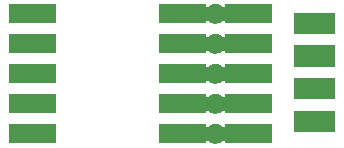
<source format=gbs>
G04 #@! TF.GenerationSoftware,KiCad,Pcbnew,5.0.2-bee76a0~70~ubuntu16.04.1*
G04 #@! TF.CreationDate,2019-12-01T17:21:16-08:00*
G04 #@! TF.ProjectId,db9,6462392e-6b69-4636-9164-5f7063625858,1.0*
G04 #@! TF.SameCoordinates,PX8847b20PY3a2c940*
G04 #@! TF.FileFunction,Soldermask,Bot*
G04 #@! TF.FilePolarity,Negative*
%FSLAX46Y46*%
G04 Gerber Fmt 4.6, Leading zero omitted, Abs format (unit mm)*
G04 Created by KiCad (PCBNEW 5.0.2-bee76a0~70~ubuntu16.04.1) date Sun 01 Dec 2019 05:21:16 PM PST*
%MOMM*%
%LPD*%
G01*
G04 APERTURE LIST*
%ADD10C,0.100000*%
G04 APERTURE END LIST*
D10*
G36*
X17947934Y-11382664D02*
X18102627Y-11446740D01*
X18241847Y-11539764D01*
X18286612Y-11584529D01*
X18305554Y-11600075D01*
X18327165Y-11611626D01*
X18350614Y-11618739D01*
X18375000Y-11621141D01*
X18399386Y-11618739D01*
X18422835Y-11611626D01*
X18444446Y-11600075D01*
X18463388Y-11584529D01*
X18478934Y-11565587D01*
X18490485Y-11543976D01*
X18497598Y-11520527D01*
X18500000Y-11496141D01*
X18500000Y-11400000D01*
X22500000Y-11400000D01*
X22500000Y-13000000D01*
X18500000Y-13000000D01*
X18500000Y-12903859D01*
X18497598Y-12879473D01*
X18490485Y-12856024D01*
X18478934Y-12834413D01*
X18463388Y-12815471D01*
X18444446Y-12799925D01*
X18422835Y-12788374D01*
X18399386Y-12781261D01*
X18375000Y-12778859D01*
X18350614Y-12781261D01*
X18327165Y-12788374D01*
X18305554Y-12799925D01*
X18286612Y-12815471D01*
X18241847Y-12860236D01*
X18102627Y-12953260D01*
X17947934Y-13017336D01*
X17783719Y-13050000D01*
X17616281Y-13050000D01*
X17452066Y-13017336D01*
X17297373Y-12953260D01*
X17158153Y-12860236D01*
X17113388Y-12815471D01*
X17094446Y-12799925D01*
X17072835Y-12788374D01*
X17049386Y-12781261D01*
X17025000Y-12778859D01*
X17000614Y-12781261D01*
X16977165Y-12788374D01*
X16955554Y-12799925D01*
X16936612Y-12815471D01*
X16921066Y-12834413D01*
X16909515Y-12856024D01*
X16902402Y-12879473D01*
X16900000Y-12903859D01*
X16900000Y-13000000D01*
X12900000Y-13000000D01*
X12900000Y-11400000D01*
X16900000Y-11400000D01*
X16900000Y-11496141D01*
X16902402Y-11520527D01*
X16909515Y-11543976D01*
X16921066Y-11565587D01*
X16936612Y-11584529D01*
X16955554Y-11600075D01*
X16977165Y-11611626D01*
X17000614Y-11618739D01*
X17025000Y-11621141D01*
X17049386Y-11618739D01*
X17072835Y-11611626D01*
X17094446Y-11600075D01*
X17113388Y-11584529D01*
X17158153Y-11539764D01*
X17297373Y-11446740D01*
X17452066Y-11382664D01*
X17616281Y-11350000D01*
X17783719Y-11350000D01*
X17947934Y-11382664D01*
X17947934Y-11382664D01*
G37*
G36*
X4200000Y-13000000D02*
X200000Y-13000000D01*
X200000Y-11400000D01*
X4200000Y-11400000D01*
X4200000Y-13000000D01*
X4200000Y-13000000D01*
G37*
G36*
X27850000Y-12055000D02*
X24350000Y-12055000D01*
X24350000Y-10255000D01*
X27850000Y-10255000D01*
X27850000Y-12055000D01*
X27850000Y-12055000D01*
G37*
G36*
X17947934Y-8842664D02*
X18102627Y-8906740D01*
X18241847Y-8999764D01*
X18286612Y-9044529D01*
X18305554Y-9060075D01*
X18327165Y-9071626D01*
X18350614Y-9078739D01*
X18375000Y-9081141D01*
X18399386Y-9078739D01*
X18422835Y-9071626D01*
X18444446Y-9060075D01*
X18463388Y-9044529D01*
X18478934Y-9025587D01*
X18490485Y-9003976D01*
X18497598Y-8980527D01*
X18500000Y-8956141D01*
X18500000Y-8860000D01*
X22500000Y-8860000D01*
X22500000Y-10460000D01*
X18500000Y-10460000D01*
X18500000Y-10363859D01*
X18497598Y-10339473D01*
X18490485Y-10316024D01*
X18478934Y-10294413D01*
X18463388Y-10275471D01*
X18444446Y-10259925D01*
X18422835Y-10248374D01*
X18399386Y-10241261D01*
X18375000Y-10238859D01*
X18350614Y-10241261D01*
X18327165Y-10248374D01*
X18305554Y-10259925D01*
X18286612Y-10275471D01*
X18241847Y-10320236D01*
X18102627Y-10413260D01*
X17947934Y-10477336D01*
X17783719Y-10510000D01*
X17616281Y-10510000D01*
X17452066Y-10477336D01*
X17297373Y-10413260D01*
X17158153Y-10320236D01*
X17113388Y-10275471D01*
X17094446Y-10259925D01*
X17072835Y-10248374D01*
X17049386Y-10241261D01*
X17025000Y-10238859D01*
X17000614Y-10241261D01*
X16977165Y-10248374D01*
X16955554Y-10259925D01*
X16936612Y-10275471D01*
X16921066Y-10294413D01*
X16909515Y-10316024D01*
X16902402Y-10339473D01*
X16900000Y-10363859D01*
X16900000Y-10460000D01*
X12900000Y-10460000D01*
X12900000Y-8860000D01*
X16900000Y-8860000D01*
X16900000Y-8956141D01*
X16902402Y-8980527D01*
X16909515Y-9003976D01*
X16921066Y-9025587D01*
X16936612Y-9044529D01*
X16955554Y-9060075D01*
X16977165Y-9071626D01*
X17000614Y-9078739D01*
X17025000Y-9081141D01*
X17049386Y-9078739D01*
X17072835Y-9071626D01*
X17094446Y-9060075D01*
X17113388Y-9044529D01*
X17158153Y-8999764D01*
X17297373Y-8906740D01*
X17452066Y-8842664D01*
X17616281Y-8810000D01*
X17783719Y-8810000D01*
X17947934Y-8842664D01*
X17947934Y-8842664D01*
G37*
G36*
X4200000Y-10460000D02*
X200000Y-10460000D01*
X200000Y-8860000D01*
X4200000Y-8860000D01*
X4200000Y-10460000D01*
X4200000Y-10460000D01*
G37*
G36*
X27850000Y-9285000D02*
X24350000Y-9285000D01*
X24350000Y-7485000D01*
X27850000Y-7485000D01*
X27850000Y-9285000D01*
X27850000Y-9285000D01*
G37*
G36*
X17947934Y-6302664D02*
X18102627Y-6366740D01*
X18241847Y-6459764D01*
X18286612Y-6504529D01*
X18305554Y-6520075D01*
X18327165Y-6531626D01*
X18350614Y-6538739D01*
X18375000Y-6541141D01*
X18399386Y-6538739D01*
X18422835Y-6531626D01*
X18444446Y-6520075D01*
X18463388Y-6504529D01*
X18478934Y-6485587D01*
X18490485Y-6463976D01*
X18497598Y-6440527D01*
X18500000Y-6416141D01*
X18500000Y-6320000D01*
X22500000Y-6320000D01*
X22500000Y-7920000D01*
X18500000Y-7920000D01*
X18500000Y-7823859D01*
X18497598Y-7799473D01*
X18490485Y-7776024D01*
X18478934Y-7754413D01*
X18463388Y-7735471D01*
X18444446Y-7719925D01*
X18422835Y-7708374D01*
X18399386Y-7701261D01*
X18375000Y-7698859D01*
X18350614Y-7701261D01*
X18327165Y-7708374D01*
X18305554Y-7719925D01*
X18286612Y-7735471D01*
X18241847Y-7780236D01*
X18102627Y-7873260D01*
X17947934Y-7937336D01*
X17783719Y-7970000D01*
X17616281Y-7970000D01*
X17452066Y-7937336D01*
X17297373Y-7873260D01*
X17158153Y-7780236D01*
X17113388Y-7735471D01*
X17094446Y-7719925D01*
X17072835Y-7708374D01*
X17049386Y-7701261D01*
X17025000Y-7698859D01*
X17000614Y-7701261D01*
X16977165Y-7708374D01*
X16955554Y-7719925D01*
X16936612Y-7735471D01*
X16921066Y-7754413D01*
X16909515Y-7776024D01*
X16902402Y-7799473D01*
X16900000Y-7823859D01*
X16900000Y-7920000D01*
X12900000Y-7920000D01*
X12900000Y-6320000D01*
X16900000Y-6320000D01*
X16900000Y-6416141D01*
X16902402Y-6440527D01*
X16909515Y-6463976D01*
X16921066Y-6485587D01*
X16936612Y-6504529D01*
X16955554Y-6520075D01*
X16977165Y-6531626D01*
X17000614Y-6538739D01*
X17025000Y-6541141D01*
X17049386Y-6538739D01*
X17072835Y-6531626D01*
X17094446Y-6520075D01*
X17113388Y-6504529D01*
X17158153Y-6459764D01*
X17297373Y-6366740D01*
X17452066Y-6302664D01*
X17616281Y-6270000D01*
X17783719Y-6270000D01*
X17947934Y-6302664D01*
X17947934Y-6302664D01*
G37*
G36*
X4200000Y-7920000D02*
X200000Y-7920000D01*
X200000Y-6320000D01*
X4200000Y-6320000D01*
X4200000Y-7920000D01*
X4200000Y-7920000D01*
G37*
G36*
X27850000Y-6515000D02*
X24350000Y-6515000D01*
X24350000Y-4715000D01*
X27850000Y-4715000D01*
X27850000Y-6515000D01*
X27850000Y-6515000D01*
G37*
G36*
X17947934Y-3762664D02*
X18102627Y-3826740D01*
X18241847Y-3919764D01*
X18286612Y-3964529D01*
X18305554Y-3980075D01*
X18327165Y-3991626D01*
X18350614Y-3998739D01*
X18375000Y-4001141D01*
X18399386Y-3998739D01*
X18422835Y-3991626D01*
X18444446Y-3980075D01*
X18463388Y-3964529D01*
X18478934Y-3945587D01*
X18490485Y-3923976D01*
X18497598Y-3900527D01*
X18500000Y-3876141D01*
X18500000Y-3780000D01*
X22500000Y-3780000D01*
X22500000Y-5380000D01*
X18500000Y-5380000D01*
X18500000Y-5283859D01*
X18497598Y-5259473D01*
X18490485Y-5236024D01*
X18478934Y-5214413D01*
X18463388Y-5195471D01*
X18444446Y-5179925D01*
X18422835Y-5168374D01*
X18399386Y-5161261D01*
X18375000Y-5158859D01*
X18350614Y-5161261D01*
X18327165Y-5168374D01*
X18305554Y-5179925D01*
X18286612Y-5195471D01*
X18241847Y-5240236D01*
X18102627Y-5333260D01*
X17947934Y-5397336D01*
X17783719Y-5430000D01*
X17616281Y-5430000D01*
X17452066Y-5397336D01*
X17297373Y-5333260D01*
X17158153Y-5240236D01*
X17113388Y-5195471D01*
X17094446Y-5179925D01*
X17072835Y-5168374D01*
X17049386Y-5161261D01*
X17025000Y-5158859D01*
X17000614Y-5161261D01*
X16977165Y-5168374D01*
X16955554Y-5179925D01*
X16936612Y-5195471D01*
X16921066Y-5214413D01*
X16909515Y-5236024D01*
X16902402Y-5259473D01*
X16900000Y-5283859D01*
X16900000Y-5380000D01*
X12900000Y-5380000D01*
X12900000Y-3780000D01*
X16900000Y-3780000D01*
X16900000Y-3876141D01*
X16902402Y-3900527D01*
X16909515Y-3923976D01*
X16921066Y-3945587D01*
X16936612Y-3964529D01*
X16955554Y-3980075D01*
X16977165Y-3991626D01*
X17000614Y-3998739D01*
X17025000Y-4001141D01*
X17049386Y-3998739D01*
X17072835Y-3991626D01*
X17094446Y-3980075D01*
X17113388Y-3964529D01*
X17158153Y-3919764D01*
X17297373Y-3826740D01*
X17452066Y-3762664D01*
X17616281Y-3730000D01*
X17783719Y-3730000D01*
X17947934Y-3762664D01*
X17947934Y-3762664D01*
G37*
G36*
X4200000Y-5380000D02*
X200000Y-5380000D01*
X200000Y-3780000D01*
X4200000Y-3780000D01*
X4200000Y-5380000D01*
X4200000Y-5380000D01*
G37*
G36*
X27850000Y-3745000D02*
X24350000Y-3745000D01*
X24350000Y-1945000D01*
X27850000Y-1945000D01*
X27850000Y-3745000D01*
X27850000Y-3745000D01*
G37*
G36*
X17947934Y-1222664D02*
X18102627Y-1286740D01*
X18241847Y-1379764D01*
X18286612Y-1424529D01*
X18305554Y-1440075D01*
X18327165Y-1451626D01*
X18350614Y-1458739D01*
X18375000Y-1461141D01*
X18399386Y-1458739D01*
X18422835Y-1451626D01*
X18444446Y-1440075D01*
X18463388Y-1424529D01*
X18478934Y-1405587D01*
X18490485Y-1383976D01*
X18497598Y-1360527D01*
X18500000Y-1336141D01*
X18500000Y-1240000D01*
X22500000Y-1240000D01*
X22500000Y-2840000D01*
X18500000Y-2840000D01*
X18500000Y-2743859D01*
X18497598Y-2719473D01*
X18490485Y-2696024D01*
X18478934Y-2674413D01*
X18463388Y-2655471D01*
X18444446Y-2639925D01*
X18422835Y-2628374D01*
X18399386Y-2621261D01*
X18375000Y-2618859D01*
X18350614Y-2621261D01*
X18327165Y-2628374D01*
X18305554Y-2639925D01*
X18286612Y-2655471D01*
X18241847Y-2700236D01*
X18102627Y-2793260D01*
X17947934Y-2857336D01*
X17783719Y-2890000D01*
X17616281Y-2890000D01*
X17452066Y-2857336D01*
X17297373Y-2793260D01*
X17158153Y-2700236D01*
X17113388Y-2655471D01*
X17094446Y-2639925D01*
X17072835Y-2628374D01*
X17049386Y-2621261D01*
X17025000Y-2618859D01*
X17000614Y-2621261D01*
X16977165Y-2628374D01*
X16955554Y-2639925D01*
X16936612Y-2655471D01*
X16921066Y-2674413D01*
X16909515Y-2696024D01*
X16902402Y-2719473D01*
X16900000Y-2743859D01*
X16900000Y-2840000D01*
X12900000Y-2840000D01*
X12900000Y-1240000D01*
X16900000Y-1240000D01*
X16900000Y-1336141D01*
X16902402Y-1360527D01*
X16909515Y-1383976D01*
X16921066Y-1405587D01*
X16936612Y-1424529D01*
X16955554Y-1440075D01*
X16977165Y-1451626D01*
X17000614Y-1458739D01*
X17025000Y-1461141D01*
X17049386Y-1458739D01*
X17072835Y-1451626D01*
X17094446Y-1440075D01*
X17113388Y-1424529D01*
X17158153Y-1379764D01*
X17297373Y-1286740D01*
X17452066Y-1222664D01*
X17616281Y-1190000D01*
X17783719Y-1190000D01*
X17947934Y-1222664D01*
X17947934Y-1222664D01*
G37*
G36*
X4200000Y-2840000D02*
X200000Y-2840000D01*
X200000Y-1240000D01*
X4200000Y-1240000D01*
X4200000Y-2840000D01*
X4200000Y-2840000D01*
G37*
M02*

</source>
